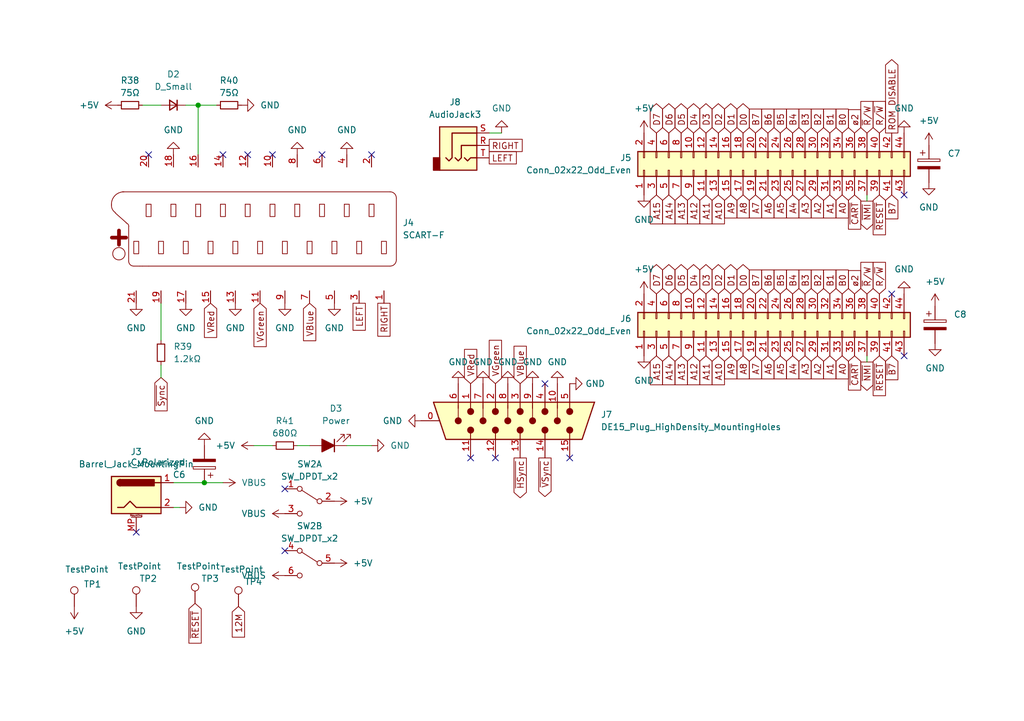
<source format=kicad_sch>
(kicad_sch (version 20230121) (generator eeschema)
  (paper "A5")
  (title_block (title "Ports"))
  (lib_symbols
    (symbol "Connector:Barrel_Jack_MountingPin" (pin_names hide)
      (property "Reference" "J" (at 0 5.334 0))
      (property "Value" "Barrel_Jack_MountingPin" (at 1.27 -6.35 0))
      (symbol "Barrel_Jack_MountingPin_0_1"
        (rectangle (start -5.08 3.81) (end 5.08 -3.81) (stroke (width 0.254)) (fill (type background)))
        (arc (start -3.302 3.175) (mid -3.9343 2.54) (end -3.302 1.905) (stroke (width 0.254)))
        (arc (start -3.302 3.175) (mid -3.9343 2.54) (end -3.302 1.905) (stroke (width 0.254)) (fill (type outline)))
        (polyline (pts (xy 5.08 2.54) (xy 3.81 2.54)) (stroke (width 0.254)))
        (polyline (pts (xy -3.81 -2.54) (xy -2.54 -2.54) (xy -1.27 -1.27) (xy 0 -2.54) (xy 2.54 -2.54) (xy 5.08 -2.54)) (stroke (width 0.254)))
        (rectangle (start 3.683 3.175) (end -3.302 1.905) (stroke (width 0.254)) (fill (type outline)))
      )
      (symbol "Barrel_Jack_MountingPin_1_1"
        (polyline (pts (xy -1.016 -4.572) (xy 1.016 -4.572)) (stroke (width 0.1524)))
        (text "Mounting" (at 0 -4.191 0) (effects (font (size 0.381 0.381))))
        (pin passive line (at 7.62 2.54 180) (length 2.54) (name "~") (number "1"))
        (pin passive line (at 7.62 -2.54 180) (length 2.54) (name "~") (number "2"))
        (pin passive line (at 0 -7.62 90) (length 3.048) (name "MountPin") (number "MP"))
      )
    )
    (symbol "Connector:DE15_Plug_HighDensity_MountingHoles" (pin_names (offset 1.016) hide)
      (property "Reference" "J" (at 0 21.59 0))
      (property "Value" "DE15_Plug_HighDensity_MountingHoles" (at 0 19.05 0))
      (symbol "DE15_Plug_HighDensity_MountingHoles_0_1"
        (circle (center -1.905 -7.62) (radius 0.635) (fill (type outline)))
        (circle (center -1.905 -2.54) (radius 0.635) (fill (type outline)))
        (circle (center -1.905 2.54) (radius 0.635) (fill (type outline)))
        (circle (center -1.905 7.62) (radius 0.635) (fill (type outline)))
        (circle (center -1.905 12.7) (radius 0.635) (fill (type outline)))
        (circle (center 0 -10.16) (radius 0.635) (fill (type outline)))
        (circle (center 0 -5.08) (radius 0.635) (fill (type outline)))
        (polyline (pts (xy -3.175 -5.08) (xy -0.635 -5.08)))
        (polyline (pts (xy -0.635 -10.16) (xy -3.175 -10.16)))
        (polyline (pts (xy -0.635 0) (xy -3.175 0)))
        (polyline (pts (xy -0.635 5.08) (xy -3.175 5.08)))
        (polyline (pts (xy -0.635 10.16) (xy -3.175 10.16)))
        (polyline (pts (xy -3.81 17.78) (xy -3.81 -15.24) (xy 3.81 -12.7) (xy 3.81 15.24) (xy -3.81 17.78)) (stroke (width 0.254)) (fill (type background)))
        (circle (center 0 0) (radius 0.635) (fill (type outline)))
        (circle (center 0 5.08) (radius 0.635) (fill (type outline)))
        (circle (center 0 10.16) (radius 0.635) (fill (type outline)))
        (circle (center 1.905 -7.62) (radius 0.635) (fill (type outline)))
        (circle (center 1.905 -2.54) (radius 0.635) (fill (type outline)))
        (circle (center 1.905 2.54) (radius 0.635) (fill (type outline)))
        (circle (center 1.905 7.62) (radius 0.635) (fill (type outline)))
        (circle (center 1.905 12.7) (radius 0.635) (fill (type outline)))
      )
      (symbol "DE15_Plug_HighDensity_MountingHoles_1_1"
        (pin passive line (at 0 -17.78 90) (length 3.81) (name "~") (number "0"))
        (pin passive line (at -7.62 -7.62 0) (length 5.08) (name "~") (number "1"))
        (pin passive line (at -7.62 10.16 0) (length 5.08) (name "~") (number "10"))
        (pin passive line (at 7.62 -7.62 180) (length 5.08) (name "~") (number "11"))
        (pin passive line (at 7.62 -2.54 180) (length 5.08) (name "~") (number "12"))
        (pin passive line (at 7.62 2.54 180) (length 5.08) (name "~") (number "13"))
        (pin passive line (at 7.62 7.62 180) (length 5.08) (name "~") (number "14"))
        (pin passive line (at 7.62 12.7 180) (length 5.08) (name "~") (number "15"))
        (pin passive line (at -7.62 -2.54 0) (length 5.08) (name "~") (number "2"))
        (pin passive line (at -7.62 2.54 0) (length 5.08) (name "~") (number "3"))
        (pin passive line (at -7.62 7.62 0) (length 5.08) (name "~") (number "4"))
        (pin passive line (at -7.62 12.7 0) (length 5.08) (name "~") (number "5"))
        (pin passive line (at -7.62 -10.16 0) (length 5.08) (name "~") (number "6"))
        (pin passive line (at -7.62 -5.08 0) (length 5.08) (name "~") (number "7"))
        (pin passive line (at -7.62 0 0) (length 5.08) (name "~") (number "8"))
        (pin passive line (at -7.62 5.08 0) (length 5.08) (name "~") (number "9"))
      )
    )
    (symbol "Connector:SCART-F" (pin_names (offset 0.762) hide)
      (property "Reference" "J" (at 0 31.75 0))
      (property "Value" "SCART-F" (at 1.016 -29.21 0))
      (symbol "SCART-F_0_1"
        (arc (start -7.62 -26.67) (mid -7.248 -27.568) (end -6.35 -27.94))
        (arc (start -6.604 26.9494) (mid -7.3224 26.6518) (end -7.62 25.9334))
        (rectangle (start -5.08 -24.892) (end -2.54 -25.908))
        (rectangle (start -5.08 -19.812) (end -2.54 -20.828))
        (rectangle (start -5.08 -14.732) (end -2.54 -15.748))
        (rectangle (start -5.08 -9.652) (end -2.54 -10.668))
        (rectangle (start -5.08 -4.572) (end -2.54 -5.588))
        (rectangle (start -5.08 0.508) (end -2.54 -0.508))
        (rectangle (start -5.08 5.588) (end -2.54 4.572))
        (rectangle (start -5.08 10.668) (end -2.54 9.652))
        (rectangle (start -5.08 15.748) (end -2.54 14.732))
        (rectangle (start -5.08 20.828) (end -2.54 19.812))
        (rectangle (start -5.08 25.908) (end -2.54 24.892))
        (circle (center -5.08 28.956) (radius 1.27))
        (polyline (pts (xy -7.62 22.86) (xy -7.62 -26.67)))
        (polyline (pts (xy -7.62 22.86) (xy -7.62 24.13)))
        (polyline (pts (xy -7.62 24.6634) (xy -7.62 24.13)))
        (polyline (pts (xy -7.62 24.6634) (xy -7.62 25.9334)))
        (polyline (pts (xy -6.604 26.9494) (xy 0.508 26.9494)))
        (polyline (pts (xy -6.35 -27.94) (xy 6.35 -27.94)))
        (polyline (pts (xy 3.302 29.718) (xy 1.27 27.432)))
        (polyline (pts (xy 4.826 30.48) (xy 5.08 30.48)))
        (polyline (pts (xy 7.62 -26.67) (xy 7.62 28.2194)))
        (arc (start 0.508 26.924) (mid 0.9569 27.0702) (end 1.2192 27.4574))
        (rectangle (start 2.54 -22.352) (end 5.08 -23.368))
        (rectangle (start 2.54 -17.272) (end 5.08 -18.288))
        (rectangle (start 2.54 -12.192) (end 5.08 -13.208))
        (rectangle (start 2.54 -7.112) (end 5.08 -8.128))
        (rectangle (start 2.54 -2.032) (end 5.08 -3.048))
        (rectangle (start 2.54 3.048) (end 5.08 2.032))
        (rectangle (start 2.54 8.128) (end 5.08 7.112))
        (rectangle (start 2.54 13.208) (end 5.08 12.192))
        (rectangle (start 2.54 18.288) (end 5.08 17.272))
        (rectangle (start 2.54 23.368) (end 5.08 22.352))
        (arc (start 4.826 30.48) (mid 3.999 30.2726) (end 3.3782 29.6926))
        (arc (start 6.35 -27.94) (mid 7.248 -27.568) (end 7.62 -26.67))
        (arc (start 7.62 27.94) (mid 6.8761 29.7361) (end 5.08 30.48))
        (text "+" (at -1.778 29.21 0) (effects (font (size 3.81 3.81) bold)))
      )
      (symbol "SCART-F_1_1"
        (pin passive line (at -15.24 -25.4 0) (length 2.54) (name "P1") (number "1"))
        (pin passive line (at 15.24 -2.54 180) (length 2.54) (name "P10") (number "10"))
        (pin passive line (at -15.24 0 0) (length 2.54) (name "P11") (number "11"))
        (pin passive line (at 15.24 2.54 180) (length 2.54) (name "P12") (number "12"))
        (pin passive line (at -15.24 5.08 0) (length 2.54) (name "P13") (number "13"))
        (pin passive line (at 15.24 7.62 180) (length 2.54) (name "P14") (number "14"))
        (pin passive line (at -15.24 10.16 0) (length 2.54) (name "P15") (number "15"))
        (pin passive line (at 15.24 12.7 180) (length 2.54) (name "P16") (number "16"))
        (pin passive line (at -15.24 15.24 0) (length 2.54) (name "P17") (number "17"))
        (pin passive line (at 15.24 17.78 180) (length 2.54) (name "P18") (number "18"))
        (pin passive line (at -15.24 20.32 0) (length 2.54) (name "P19") (number "19"))
        (pin passive line (at 15.24 -22.86 180) (length 2.54) (name "P2") (number "2"))
        (pin passive line (at 15.24 22.86 180) (length 2.54) (name "P20") (number "20"))
        (pin passive line (at -15.24 25.4 0) (length 2.54) (name "P21") (number "21"))
        (pin passive line (at -15.24 -20.32 0) (length 2.54) (name "P3") (number "3"))
        (pin passive line (at 15.24 -17.78 180) (length 2.54) (name "P4") (number "4"))
        (pin passive line (at -15.24 -15.24 0) (length 2.54) (name "P5") (number "5"))
        (pin passive line (at 15.24 -12.7 180) (length 2.54) (name "P6") (number "6"))
        (pin passive line (at -15.24 -10.16 0) (length 2.54) (name "P7") (number "7"))
        (pin passive line (at 15.24 -7.62 180) (length 2.54) (name "P8") (number "8"))
        (pin passive line (at -15.24 -5.08 0) (length 2.54) (name "P9") (number "9"))
      )
    )
    (symbol "Connector:TestPoint" (pin_numbers hide) (pin_names (offset 0.762) hide)
      (property "Reference" "TP" (at 0 6.858 0))
      (property "Value" "TestPoint" (at 0 5.08 0))
      (symbol "TestPoint_0_1"
        (circle (center 0 3.302) (radius 0.762))
      )
      (symbol "TestPoint_1_1"
        (pin passive line (at 0 0 90) (length 2.54) (name "1") (number "1"))
      )
    )
    (symbol "Connector_Audio:AudioJack3"
      (property "Reference" "J" (at 0 8.89 0))
      (property "Value" "AudioJack3" (at 0 6.35 0))
      (symbol "AudioJack3_0_1"
        (rectangle (start -5.08 -5.08) (end -6.35 -2.54) (stroke (width 0.254)) (fill (type outline)))
        (polyline (pts (xy 0 -2.54) (xy 0.635 -3.175) (xy 1.27 -2.54) (xy 2.54 -2.54)) (stroke (width 0.254)))
        (polyline (pts (xy -1.905 -2.54) (xy -1.27 -3.175) (xy -0.635 -2.54) (xy -0.635 0) (xy 2.54 0)) (stroke (width 0.254)))
        (polyline (pts (xy 2.54 2.54) (xy -2.54 2.54) (xy -2.54 -2.54) (xy -3.175 -3.175) (xy -3.81 -2.54)) (stroke (width 0.254)))
        (rectangle (start 2.54 3.81) (end -5.08 -5.08) (stroke (width 0.254)) (fill (type background)))
      )
      (symbol "AudioJack3_1_1"
        (pin passive line (at 5.08 0 180) (length 2.54) (name "~") (number "R"))
        (pin passive line (at 5.08 2.54 180) (length 2.54) (name "~") (number "S"))
        (pin passive line (at 5.08 -2.54 180) (length 2.54) (name "~") (number "T"))
      )
    )
    (symbol "Connector_Generic:Conn_02x22_Odd_Even" (pin_names (offset 1.016) hide)
      (property "Reference" "J" (at 1.27 27.94 0))
      (property "Value" "Conn_02x22_Odd_Even" (at 1.27 -30.48 0))
      (symbol "Conn_02x22_Odd_Even_1_1"
        (rectangle (start -1.27 -27.813) (end 0 -28.067) (stroke (width 0.1524)))
        (rectangle (start -1.27 -25.273) (end 0 -25.527) (stroke (width 0.1524)))
        (rectangle (start -1.27 -22.733) (end 0 -22.987) (stroke (width 0.1524)))
        (rectangle (start -1.27 -20.193) (end 0 -20.447) (stroke (width 0.1524)))
        (rectangle (start -1.27 -17.653) (end 0 -17.907) (stroke (width 0.1524)))
        (rectangle (start -1.27 -15.113) (end 0 -15.367) (stroke (width 0.1524)))
        (rectangle (start -1.27 -12.573) (end 0 -12.827) (stroke (width 0.1524)))
        (rectangle (start -1.27 -10.033) (end 0 -10.287) (stroke (width 0.1524)))
        (rectangle (start -1.27 -7.493) (end 0 -7.747) (stroke (width 0.1524)))
        (rectangle (start -1.27 -4.953) (end 0 -5.207) (stroke (width 0.1524)))
        (rectangle (start -1.27 -2.413) (end 0 -2.667) (stroke (width 0.1524)))
        (rectangle (start -1.27 0.127) (end 0 -0.127) (stroke (width 0.1524)))
        (rectangle (start -1.27 2.667) (end 0 2.413) (stroke (width 0.1524)))
        (rectangle (start -1.27 5.207) (end 0 4.953) (stroke (width 0.1524)))
        (rectangle (start -1.27 7.747) (end 0 7.493) (stroke (width 0.1524)))
        (rectangle (start -1.27 10.287) (end 0 10.033) (stroke (width 0.1524)))
        (rectangle (start -1.27 12.827) (end 0 12.573) (stroke (width 0.1524)))
        (rectangle (start -1.27 15.367) (end 0 15.113) (stroke (width 0.1524)))
        (rectangle (start -1.27 17.907) (end 0 17.653) (stroke (width 0.1524)))
        (rectangle (start -1.27 20.447) (end 0 20.193) (stroke (width 0.1524)))
        (rectangle (start -1.27 22.987) (end 0 22.733) (stroke (width 0.1524)))
        (rectangle (start -1.27 25.527) (end 0 25.273) (stroke (width 0.1524)))
        (rectangle (start -1.27 26.67) (end 3.81 -29.21) (stroke (width 0.254)) (fill (type background)))
        (rectangle (start 3.81 -27.813) (end 2.54 -28.067) (stroke (width 0.1524)))
        (rectangle (start 3.81 -25.273) (end 2.54 -25.527) (stroke (width 0.1524)))
        (rectangle (start 3.81 -22.733) (end 2.54 -22.987) (stroke (width 0.1524)))
        (rectangle (start 3.81 -20.193) (end 2.54 -20.447) (stroke (width 0.1524)))
        (rectangle (start 3.81 -17.653) (end 2.54 -17.907) (stroke (width 0.1524)))
        (rectangle (start 3.81 -15.113) (end 2.54 -15.367) (stroke (width 0.1524)))
        (rectangle (start 3.81 -12.573) (end 2.54 -12.827) (stroke (width 0.1524)))
        (rectangle (start 3.81 -10.033) (end 2.54 -10.287) (stroke (width 0.1524)))
        (rectangle (start 3.81 -7.493) (end 2.54 -7.747) (stroke (width 0.1524)))
        (rectangle (start 3.81 -4.953) (end 2.54 -5.207) (stroke (width 0.1524)))
        (rectangle (start 3.81 -2.413) (end 2.54 -2.667) (stroke (width 0.1524)))
        (rectangle (start 3.81 0.127) (end 2.54 -0.127) (stroke (width 0.1524)))
        (rectangle (start 3.81 2.667) (end 2.54 2.413) (stroke (width 0.1524)))
        (rectangle (start 3.81 5.207) (end 2.54 4.953) (stroke (width 0.1524)))
        (rectangle (start 3.81 7.747) (end 2.54 7.493) (stroke (width 0.1524)))
        (rectangle (start 3.81 10.287) (end 2.54 10.033) (stroke (width 0.1524)))
        (rectangle (start 3.81 12.827) (end 2.54 12.573) (stroke (width 0.1524)))
        (rectangle (start 3.81 15.367) (end 2.54 15.113) (stroke (width 0.1524)))
        (rectangle (start 3.81 17.907) (end 2.54 17.653) (stroke (width 0.1524)))
        (rectangle (start 3.81 20.447) (end 2.54 20.193) (stroke (width 0.1524)))
        (rectangle (start 3.81 22.987) (end 2.54 22.733) (stroke (width 0.1524)))
        (rectangle (start 3.81 25.527) (end 2.54 25.273) (stroke (width 0.1524)))
        (pin passive line (at -5.08 25.4 0) (length 3.81) (name "Pin_1") (number "1"))
        (pin passive line (at 7.62 15.24 180) (length 3.81) (name "Pin_10") (number "10"))
        (pin passive line (at -5.08 12.7 0) (length 3.81) (name "Pin_11") (number "11"))
        (pin passive line (at 7.62 12.7 180) (length 3.81) (name "Pin_12") (number "12"))
        (pin passive line (at -5.08 10.16 0) (length 3.81) (name "Pin_13") (number "13"))
        (pin passive line (at 7.62 10.16 180) (length 3.81) (name "Pin_14") (number "14"))
        (pin passive line (at -5.08 7.62 0) (length 3.81) (name "Pin_15") (number "15"))
        (pin passive line (at 7.62 7.62 180) (length 3.81) (name "Pin_16") (number "16"))
        (pin passive line (at -5.08 5.08 0) (length 3.81) (name "Pin_17") (number "17"))
        (pin passive line (at 7.62 5.08 180) (length 3.81) (name "Pin_18") (number "18"))
        (pin passive line (at -5.08 2.54 0) (length 3.81) (name "Pin_19") (number "19"))
        (pin passive line (at 7.62 25.4 180) (length 3.81) (name "Pin_2") (number "2"))
        (pin passive line (at 7.62 2.54 180) (length 3.81) (name "Pin_20") (number "20"))
        (pin passive line (at -5.08 0 0) (length 3.81) (name "Pin_21") (number "21"))
        (pin passive line (at 7.62 0 180) (length 3.81) (name "Pin_22") (number "22"))
        (pin passive line (at -5.08 -2.54 0) (length 3.81) (name "Pin_23") (number "23"))
        (pin passive line (at 7.62 -2.54 180) (length 3.81) (name "Pin_24") (number "24"))
        (pin passive line (at -5.08 -5.08 0) (length 3.81) (name "Pin_25") (number "25"))
        (pin passive line (at 7.62 -5.08 180) (length 3.81) (name "Pin_26") (number "26"))
        (pin passive line (at -5.08 -7.62 0) (length 3.81) (name "Pin_27") (number "27"))
        (pin passive line (at 7.62 -7.62 180) (length 3.81) (name "Pin_28") (number "28"))
        (pin passive line (at -5.08 -10.16 0) (length 3.81) (name "Pin_29") (number "29"))
        (pin passive line (at -5.08 22.86 0) (length 3.81) (name "Pin_3") (number "3"))
        (pin passive line (at 7.62 -10.16 180) (length 3.81) (name "Pin_30") (number "30"))
        (pin passive line (at -5.08 -12.7 0) (length 3.81) (name "Pin_31") (number "31"))
        (pin passive line (at 7.62 -12.7 180) (length 3.81) (name "Pin_32") (number "32"))
        (pin passive line (at -5.08 -15.24 0) (length 3.81) (name "Pin_33") (number "33"))
        (pin passive line (at 7.62 -15.24 180) (length 3.81) (name "Pin_34") (number "34"))
        (pin passive line (at -5.08 -17.78 0) (length 3.81) (name "Pin_35") (number "35"))
        (pin passive line (at 7.62 -17.78 180) (length 3.81) (name "Pin_36") (number "36"))
        (pin passive line (at -5.08 -20.32 0) (length 3.81) (name "Pin_37") (number "37"))
        (pin passive line (at 7.62 -20.32 180) (length 3.81) (name "Pin_38") (number "38"))
        (pin passive line (at -5.08 -22.86 0) (length 3.81) (name "Pin_39") (number "39"))
        (pin passive line (at 7.62 22.86 180) (length 3.81) (name "Pin_4") (number "4"))
        (pin passive line (at 7.62 -22.86 180) (length 3.81) (name "Pin_40") (number "40"))
        (pin passive line (at -5.08 -25.4 0) (length 3.81) (name "Pin_41") (number "41"))
        (pin passive line (at 7.62 -25.4 180) (length 3.81) (name "Pin_42") (number "42"))
        (pin passive line (at -5.08 -27.94 0) (length 3.81) (name "Pin_43") (number "43"))
        (pin passive line (at 7.62 -27.94 180) (length 3.81) (name "Pin_44") (number "44"))
        (pin passive line (at -5.08 20.32 0) (length 3.81) (name "Pin_5") (number "5"))
        (pin passive line (at 7.62 20.32 180) (length 3.81) (name "Pin_6") (number "6"))
        (pin passive line (at -5.08 17.78 0) (length 3.81) (name "Pin_7") (number "7"))
        (pin passive line (at 7.62 17.78 180) (length 3.81) (name "Pin_8") (number "8"))
        (pin passive line (at -5.08 15.24 0) (length 3.81) (name "Pin_9") (number "9"))
      )
    )
    (symbol "Device:C_Polarized" (pin_numbers hide) (pin_names (offset 0.254))
      (property "Reference" "C" (at 0.635 2.54 0))
      (property "Value" "C_Polarized" (at 0.635 -2.54 0))
      (symbol "C_Polarized_0_1"
        (rectangle (start -2.286 0.508) (end 2.286 1.016))
        (polyline (pts (xy -1.778 2.286) (xy -0.762 2.286)))
        (polyline (pts (xy -1.27 2.794) (xy -1.27 1.778)))
        (rectangle (start 2.286 -0.508) (end -2.286 -1.016) (fill (type outline)))
      )
      (symbol "C_Polarized_1_1"
        (pin passive line (at 0 3.81 270) (length 2.794) (name "~") (number "1"))
        (pin passive line (at 0 -3.81 90) (length 2.794) (name "~") (number "2"))
      )
    )
    (symbol "Device:D_Small" (pin_numbers hide) (pin_names (offset 0.254) hide)
      (property "Reference" "D" (at -1.27 2.032 0))
      (property "Value" "D_Small" (at -3.81 -2.032 0))
      (symbol "D_Small_0_1"
        (polyline (pts (xy -0.762 -1.016) (xy -0.762 1.016)) (stroke (width 0.254)))
        (polyline (pts (xy -0.762 0) (xy 0.762 0)))
        (polyline (pts (xy 0.762 -1.016) (xy -0.762 0) (xy 0.762 1.016) (xy 0.762 -1.016)) (stroke (width 0.254)))
      )
      (symbol "D_Small_1_1"
        (pin passive line (at -2.54 0 0) (length 1.778) (name "K") (number "1"))
        (pin passive line (at 2.54 0 180) (length 1.778) (name "A") (number "2"))
      )
    )
    (symbol "Device:LED_Filled" (pin_numbers hide) (pin_names (offset 1.016) hide)
      (property "Reference" "D" (at 0 2.54 0))
      (property "Value" "LED_Filled" (at 0 -2.54 0))
      (symbol "LED_Filled_0_1"
        (polyline (pts (xy -1.27 -1.27) (xy -1.27 1.27)) (stroke (width 0.254)))
        (polyline (pts (xy -1.27 0) (xy 1.27 0)))
        (polyline (pts (xy 1.27 -1.27) (xy 1.27 1.27) (xy -1.27 0) (xy 1.27 -1.27)) (stroke (width 0.254)) (fill (type outline)))
        (polyline (pts (xy -3.048 -0.762) (xy -4.572 -2.286) (xy -3.81 -2.286) (xy -4.572 -2.286) (xy -4.572 -1.524)))
        (polyline (pts (xy -1.778 -0.762) (xy -3.302 -2.286) (xy -2.54 -2.286) (xy -3.302 -2.286) (xy -3.302 -1.524)))
      )
      (symbol "LED_Filled_1_1"
        (pin passive line (at -3.81 0 0) (length 2.54) (name "K") (number "1"))
        (pin passive line (at 3.81 0 180) (length 2.54) (name "A") (number "2"))
      )
    )
    (symbol "Device:R_Small" (pin_numbers hide) (pin_names (offset 0.254) hide)
      (property "Reference" "R" (at 0.762 0.508 0))
      (property "Value" "R_Small" (at 0.762 -1.016 0))
      (symbol "R_Small_0_1"
        (rectangle (start -0.762 1.778) (end 0.762 -1.778) (stroke (width 0.2032)))
      )
      (symbol "R_Small_1_1"
        (pin passive line (at 0 2.54 270) (length 0.762) (name "~") (number "1"))
        (pin passive line (at 0 -2.54 90) (length 0.762) (name "~") (number "2"))
      )
    )
    (symbol "Switch:SW_DPDT_x2" (pin_names (offset 0) hide)
      (property "Reference" "SW" (at 0 4.318 0))
      (property "Value" "SW_DPDT_x2" (at 0 -5.08 0))
      (symbol "SW_DPDT_x2_0_0"
        (circle (center -2.032 0) (radius 0.508))
        (circle (center 2.032 -2.54) (radius 0.508))
      )
      (symbol "SW_DPDT_x2_0_1"
        (polyline (pts (xy -1.524 0.254) (xy 1.651 2.286)))
        (circle (center 2.032 2.54) (radius 0.508))
      )
      (symbol "SW_DPDT_x2_1_1"
        (pin passive line (at 5.08 2.54 180) (length 2.54) (name "A") (number "1"))
        (pin passive line (at -5.08 0 0) (length 2.54) (name "B") (number "2"))
        (pin passive line (at 5.08 -2.54 180) (length 2.54) (name "C") (number "3"))
      )
      (symbol "SW_DPDT_x2_2_1"
        (pin passive line (at 5.08 2.54 180) (length 2.54) (name "A") (number "4"))
        (pin passive line (at -5.08 0 0) (length 2.54) (name "B") (number "5"))
        (pin passive line (at 5.08 -2.54 180) (length 2.54) (name "C") (number "6"))
      )
    )
    (symbol "power:+5V" (power) (pin_names (offset 0))
      (property "Value" "+5V" (at 0 3.556 0))
      (symbol "+5V_0_1"
        (polyline (pts (xy -0.762 1.27) (xy 0 2.54)))
        (polyline (pts (xy 0 0) (xy 0 2.54)))
        (polyline (pts (xy 0 2.54) (xy 0.762 1.27)))
      )
      (symbol "+5V_1_1"
        (pin power_in line (at 0 0 90) (length 0) hide (name "+5V") (number "1"))
      )
    )
    (symbol "power:GND" (power) (pin_names (offset 0))
      (property "Value" "GND" (at 0 -3.81 0))
      (symbol "GND_0_1"
        (polyline (pts (xy 0 0) (xy 0 -1.27) (xy 1.27 -1.27) (xy 0 -2.54) (xy -1.27 -1.27) (xy 0 -1.27)))
      )
      (symbol "GND_1_1"
        (pin power_in line (at 0 0 270) (length 0) hide (name "GND") (number "1"))
      )
    )
    (symbol "power:VBUS" (power) (pin_names (offset 0))
      (property "Value" "VBUS" (at 0 3.81 0))
      (symbol "VBUS_0_1"
        (polyline (pts (xy -0.762 1.27) (xy 0 2.54)))
        (polyline (pts (xy 0 0) (xy 0 2.54)))
        (polyline (pts (xy 0 2.54) (xy 0.762 1.27)))
      )
      (symbol "VBUS_1_1"
        (pin power_in line (at 0 0 90) (length 0) hide (name "VBUS") (number "1"))
      )
    )
  )
  (junction (at 40.64 21.59))
  (junction (at 41.91 99.06))
  (no_connect (at 185.42 73.025))
  (no_connect (at 101.6 93.98))
  (no_connect (at 182.88 60.325))
  (no_connect (at 66.04 31.75))
  (no_connect (at 55.88 31.75))
  (no_connect (at 50.8 31.75))
  (no_connect (at 27.94 109.22))
  (no_connect (at 58.42 100.33))
  (no_connect (at 96.52 93.98))
  (no_connect (at 111.76 78.74))
  (no_connect (at 116.84 93.98))
  (no_connect (at 185.42 40.005))
  (no_connect (at 58.42 113.03))
  (no_connect (at 30.48 31.75))
  (no_connect (at 76.2 31.75))
  (no_connect (at 45.72 31.75))
  (wire (pts (xy 177.8 41.275) (xy 177.8 40.005)))
  (wire (pts (xy 102.87 27.305) (xy 100.33 27.305)))
  (wire (pts (xy 45.72 99.06) (xy 41.91 99.06)))
  (wire (pts (xy 177.8 74.295) (xy 177.8 73.025)))
  (wire (pts (xy 40.64 21.59) (xy 44.45 21.59)))
  (wire (pts (xy 36.83 104.14) (xy 35.56 104.14)))
  (wire (pts (xy 29.21 21.59) (xy 33.02 21.59)))
  (wire (pts (xy 33.02 69.85) (xy 33.02 62.23)))
  (wire (pts (xy 76.2 91.44) (xy 71.12 91.44)))
  (wire (pts (xy 40.64 21.59) (xy 40.64 31.75)))
  (wire (pts (xy 33.02 77.47) (xy 33.02 74.93)))
  (wire (pts (xy 52.07 91.44) (xy 55.88 91.44)))
  (wire (pts (xy 41.91 99.06) (xy 35.56 99.06)))
  (wire (pts (xy 38.1 21.59) (xy 40.64 21.59)))
  (wire (pts (xy 60.96 91.44) (xy 63.5 91.44)))
  (global_label "A4" (shape input) (at 162.56 40.005 270) (property "Intersheetrefs" "${INTERSHEET_REFS}" (effects hide)))
  (global_label "A1" (shape input) (at 170.18 73.025 270) (property "Intersheetrefs" "${INTERSHEET_REFS}" (effects hide)))
  (global_label "A7" (shape input) (at 154.94 40.005 270) (property "Intersheetrefs" "${INTERSHEET_REFS}" (effects hide)))
  (global_label "D1" (shape bidirectional) (at 149.86 27.305 90) (property "Intersheetrefs" "${INTERSHEET_REFS}" (effects hide)))
  (global_label "A11" (shape input) (at 144.78 73.025 270) (property "Intersheetrefs" "${INTERSHEET_REFS}" (effects hide)))
  (global_label "~{HSync}" (shape output) (at 106.68 93.98 270) (property "Intersheetrefs" "${INTERSHEET_REFS}" (effects hide)))
  (global_label "~{Sync}" (shape input) (at 33.02 77.47 270) (property "Intersheetrefs" "${INTERSHEET_REFS}" (effects hide)))
  (global_label "LEFT" (shape passive) (at 100.33 32.385 0) (property "Intersheetrefs" "${INTERSHEET_REFS}" (effects hide)))
  (global_label "D4" (shape bidirectional) (at 142.24 27.305 90) (property "Intersheetrefs" "${INTERSHEET_REFS}" (effects hide)))
  (global_label "A10" (shape input) (at 147.32 40.005 270) (property "Intersheetrefs" "${INTERSHEET_REFS}" (effects hide)))
  (global_label "A8" (shape input) (at 152.4 73.025 270) (property "Intersheetrefs" "${INTERSHEET_REFS}" (effects hide)))
  (global_label "B3" (shape input) (at 165.1 60.325 90) (property "Intersheetrefs" "${INTERSHEET_REFS}" (effects hide)))
  (global_label "B7" (shape input) (at 154.94 60.325 90) (property "Intersheetrefs" "${INTERSHEET_REFS}" (effects hide)))
  (global_label "A9" (shape input) (at 149.86 73.025 270) (property "Intersheetrefs" "${INTERSHEET_REFS}" (effects hide)))
  (global_label "B2" (shape input) (at 167.64 27.305 90) (property "Intersheetrefs" "${INTERSHEET_REFS}" (effects hide)))
  (global_label "VRed" (shape input) (at 43.18 62.23 270) (property "Intersheetrefs" "${INTERSHEET_REFS}" (effects hide)))
  (global_label "A13" (shape input) (at 139.7 40.005 270) (property "Intersheetrefs" "${INTERSHEET_REFS}" (effects hide)))
  (global_label "B6" (shape input) (at 157.48 60.325 90) (property "Intersheetrefs" "${INTERSHEET_REFS}" (effects hide)))
  (global_label "A0" (shape input) (at 172.72 73.025 270) (property "Intersheetrefs" "${INTERSHEET_REFS}" (effects hide)))
  (global_label "D2" (shape bidirectional) (at 147.32 27.305 90) (property "Intersheetrefs" "${INTERSHEET_REFS}" (effects hide)))
  (global_label "A10" (shape input) (at 147.32 73.025 270) (property "Intersheetrefs" "${INTERSHEET_REFS}" (effects hide)))
  (global_label "~{B7}" (shape input) (at 182.88 73.025 270) (property "Intersheetrefs" "${INTERSHEET_REFS}" (effects hide)))
  (global_label "A4" (shape input) (at 162.56 73.025 270) (property "Intersheetrefs" "${INTERSHEET_REFS}" (effects hide)))
  (global_label "D3" (shape bidirectional) (at 144.78 60.325 90) (property "Intersheetrefs" "${INTERSHEET_REFS}" (effects hide)))
  (global_label "~{RESET}" (shape input) (at 180.34 73.025 270) (property "Intersheetrefs" "${INTERSHEET_REFS}" (effects hide)))
  (global_label "12M" (shape input) (at 48.895 124.46 270) (property "Intersheetrefs" "${INTERSHEET_REFS}" (effects hide)))
  (global_label "D4" (shape bidirectional) (at 142.24 60.325 90) (property "Intersheetrefs" "${INTERSHEET_REFS}" (effects hide)))
  (global_label "R{slash}~{W}" (shape input) (at 180.34 60.325 90) (property "Intersheetrefs" "${INTERSHEET_REFS}" (effects hide)))
  (global_label "A5" (shape input) (at 160.02 40.005 270) (property "Intersheetrefs" "${INTERSHEET_REFS}" (effects hide)))
  (global_label "A11" (shape input) (at 144.78 40.005 270) (property "Intersheetrefs" "${INTERSHEET_REFS}" (effects hide)))
  (global_label "R{slash}~{W}" (shape input) (at 180.34 27.305 90) (property "Intersheetrefs" "${INTERSHEET_REFS}" (effects hide)))
  (global_label "ø2" (shape input) (at 175.26 60.325 90) (property "Intersheetrefs" "${INTERSHEET_REFS}" (effects hide)))
  (global_label "ROM DISABLE" (shape output) (at 182.88 27.305 90) (property "Intersheetrefs" "${INTERSHEET_REFS}" (effects hide)))
  (global_label "B0" (shape input) (at 172.72 60.325 90) (property "Intersheetrefs" "${INTERSHEET_REFS}" (effects hide)))
  (global_label "D3" (shape bidirectional) (at 144.78 27.305 90) (property "Intersheetrefs" "${INTERSHEET_REFS}" (effects hide)))
  (global_label "B4" (shape input) (at 162.56 60.325 90) (property "Intersheetrefs" "${INTERSHEET_REFS}" (effects hide)))
  (global_label "A3" (shape input) (at 165.1 40.005 270) (property "Intersheetrefs" "${INTERSHEET_REFS}" (effects hide)))
  (global_label "D7" (shape bidirectional) (at 134.62 27.305 90) (property "Intersheetrefs" "${INTERSHEET_REFS}" (effects hide)))
  (global_label "LEFT" (shape passive) (at 73.66 62.23 270) (property "Intersheetrefs" "${INTERSHEET_REFS}" (effects hide)))
  (global_label "A12" (shape input) (at 142.24 40.005 270) (property "Intersheetrefs" "${INTERSHEET_REFS}" (effects hide)))
  (global_label "VBlue" (shape input) (at 63.5 62.23 270) (property "Intersheetrefs" "${INTERSHEET_REFS}" (effects hide)))
  (global_label "B3" (shape input) (at 165.1 27.305 90) (property "Intersheetrefs" "${INTERSHEET_REFS}" (effects hide)))
  (global_label "D6" (shape bidirectional) (at 137.16 27.305 90) (property "Intersheetrefs" "${INTERSHEET_REFS}" (effects hide)))
  (global_label "~{CART}" (shape input) (at 175.26 73.025 270) (property "Intersheetrefs" "${INTERSHEET_REFS}" (effects hide)))
  (global_label "VGreen" (shape input) (at 101.6 78.74 90) (property "Intersheetrefs" "${INTERSHEET_REFS}" (effects hide)))
  (global_label "A8" (shape input) (at 152.4 40.005 270) (property "Intersheetrefs" "${INTERSHEET_REFS}" (effects hide)))
  (global_label "D5" (shape bidirectional) (at 139.7 27.305 90) (property "Intersheetrefs" "${INTERSHEET_REFS}" (effects hide)))
  (global_label "RIGHT" (shape passive) (at 78.74 62.23 270) (property "Intersheetrefs" "${INTERSHEET_REFS}" (effects hide)))
  (global_label "~{RESET}" (shape input) (at 40.005 123.825 270) (property "Intersheetrefs" "${INTERSHEET_REFS}" (effects hide)))
  (global_label "B7" (shape input) (at 182.88 40.005 270) (property "Intersheetrefs" "${INTERSHEET_REFS}" (effects hide)))
  (global_label "D5" (shape bidirectional) (at 139.7 60.325 90) (property "Intersheetrefs" "${INTERSHEET_REFS}" (effects hide)))
  (global_label "VRed" (shape input) (at 96.52 78.74 90) (property "Intersheetrefs" "${INTERSHEET_REFS}" (effects hide)))
  (global_label "B5" (shape input) (at 160.02 27.305 90) (property "Intersheetrefs" "${INTERSHEET_REFS}" (effects hide)))
  (global_label "B1" (shape input) (at 170.18 27.305 90) (property "Intersheetrefs" "${INTERSHEET_REFS}" (effects hide)))
  (global_label "B5" (shape input) (at 160.02 60.325 90) (property "Intersheetrefs" "${INTERSHEET_REFS}" (effects hide)))
  (global_label "A14" (shape input) (at 137.16 40.005 270) (property "Intersheetrefs" "${INTERSHEET_REFS}" (effects hide)))
  (global_label "~{VSync}" (shape output) (at 111.76 93.98 270) (property "Intersheetrefs" "${INTERSHEET_REFS}" (effects hide)))
  (global_label "D7" (shape bidirectional) (at 134.62 60.325 90) (property "Intersheetrefs" "${INTERSHEET_REFS}" (effects hide)))
  (global_label "A15" (shape input) (at 134.62 73.025 270) (property "Intersheetrefs" "${INTERSHEET_REFS}" (effects hide)))
  (global_label "A12" (shape input) (at 142.24 73.025 270) (property "Intersheetrefs" "${INTERSHEET_REFS}" (effects hide)))
  (global_label "D0" (shape bidirectional) (at 152.4 27.305 90) (property "Intersheetrefs" "${INTERSHEET_REFS}" (effects hide)))
  (global_label "~{NMI}" (shape output) (at 177.8 74.295 270) (property "Intersheetrefs" "${INTERSHEET_REFS}" (effects hide)))
  (global_label "~{R}{slash}W" (shape input) (at 177.8 60.325 90) (property "Intersheetrefs" "${INTERSHEET_REFS}" (effects hide)))
  (global_label "B0" (shape input) (at 172.72 27.305 90) (property "Intersheetrefs" "${INTERSHEET_REFS}" (effects hide)))
  (global_label "B2" (shape input) (at 167.64 60.325 90) (property "Intersheetrefs" "${INTERSHEET_REFS}" (effects hide)))
  (global_label "A9" (shape input) (at 149.86 40.005 270) (property "Intersheetrefs" "${INTERSHEET_REFS}" (effects hide)))
  (global_label "D1" (shape bidirectional) (at 149.86 60.325 90) (property "Intersheetrefs" "${INTERSHEET_REFS}" (effects hide)))
  (global_label "A6" (shape input) (at 157.48 40.005 270) (property "Intersheetrefs" "${INTERSHEET_REFS}" (effects hide)))
  (global_label "A2" (shape input) (at 167.64 40.005 270) (property "Intersheetrefs" "${INTERSHEET_REFS}" (effects hide)))
  (global_label "D0" (shape bidirectional) (at 152.4 60.325 90) (property "Intersheetrefs" "${INTERSHEET_REFS}" (effects hide)))
  (global_label "ø2" (shape input) (at 175.26 27.305 90) (property "Intersheetrefs" "${INTERSHEET_REFS}" (effects hide)))
  (global_label "A2" (shape input) (at 167.64 73.025 270) (property "Intersheetrefs" "${INTERSHEET_REFS}" (effects hide)))
  (global_label "A1" (shape input) (at 170.18 40.005 270) (property "Intersheetrefs" "${INTERSHEET_REFS}" (effects hide)))
  (global_label "~{NMI}" (shape output) (at 177.8 41.275 270) (property "Intersheetrefs" "${INTERSHEET_REFS}" (effects hide)))
  (global_label "A3" (shape input) (at 165.1 73.025 270) (property "Intersheetrefs" "${INTERSHEET_REFS}" (effects hide)))
  (global_label "RIGHT" (shape passive) (at 100.33 29.845 0) (property "Intersheetrefs" "${INTERSHEET_REFS}" (effects hide)))
  (global_label "B7" (shape input) (at 154.94 27.305 90) (property "Intersheetrefs" "${INTERSHEET_REFS}" (effects hide)))
  (global_label "A0" (shape input) (at 172.72 40.005 270) (property "Intersheetrefs" "${INTERSHEET_REFS}" (effects hide)))
  (global_label "A15" (shape input) (at 134.62 40.005 270) (property "Intersheetrefs" "${INTERSHEET_REFS}" (effects hide)))
  (global_label "VBlue" (shape input) (at 106.68 78.74 90) (property "Intersheetrefs" "${INTERSHEET_REFS}" (effects hide)))
  (global_label "A13" (shape input) (at 139.7 73.025 270) (property "Intersheetrefs" "${INTERSHEET_REFS}" (effects hide)))
  (global_label "~{R}{slash}W" (shape input) (at 177.8 27.305 90) (property "Intersheetrefs" "${INTERSHEET_REFS}" (effects hide)))
  (global_label "A7" (shape input) (at 154.94 73.025 270) (property "Intersheetrefs" "${INTERSHEET_REFS}" (effects hide)))
  (global_label "VGreen" (shape input) (at 53.34 62.23 270) (property "Intersheetrefs" "${INTERSHEET_REFS}" (effects hide)))
  (global_label "B1" (shape input) (at 170.18 60.325 90) (property "Intersheetrefs" "${INTERSHEET_REFS}" (effects hide)))
  (global_label "D2" (shape bidirectional) (at 147.32 60.325 90) (property "Intersheetrefs" "${INTERSHEET_REFS}" (effects hide)))
  (global_label "~{RESET}" (shape input) (at 180.34 40.005 270) (property "Intersheetrefs" "${INTERSHEET_REFS}" (effects hide)))
  (global_label "B4" (shape input) (at 162.56 27.305 90) (property "Intersheetrefs" "${INTERSHEET_REFS}" (effects hide)))
  (global_label "A5" (shape input) (at 160.02 73.025 270) (property "Intersheetrefs" "${INTERSHEET_REFS}" (effects hide)))
  (global_label "D6" (shape bidirectional) (at 137.16 60.325 90) (property "Intersheetrefs" "${INTERSHEET_REFS}" (effects hide)))
  (global_label "A6" (shape input) (at 157.48 73.025 270) (property "Intersheetrefs" "${INTERSHEET_REFS}" (effects hide)))
  (global_label "A14" (shape input) (at 137.16 73.025 270) (property "Intersheetrefs" "${INTERSHEET_REFS}" (effects hide)))
  (global_label "B6" (shape input) (at 157.48 27.305 90) (property "Intersheetrefs" "${INTERSHEET_REFS}" (effects hide)))
  (global_label "~{CART}" (shape input) (at 175.26 40.005 270) (property "Intersheetrefs" "${INTERSHEET_REFS}" (effects hide)))
  (symbol (lib_id "Device:R_Small") (at 33.02 72.39 180) (unit 1)
    (property "Reference" "R39" (at 35.56 71.12 0) (effects (justify right)))
    (property "Value" "1.2kΩ" (at 35.56 73.66 0) (effects (justify right)))
    (property "Footprint" "Resistor_THT:R_Axial_DIN0204_L3.6mm_D1.6mm_P7.62mm_Horizontal" (effects hide))
  )
  (symbol (lib_id "Connector:TestPoint") (at 15.24 124.46 0) (unit 1)
    (property "Reference" "TP1" (at 17.145 119.888 0) (effects (justify left)))
    (property "Value" "TestPoint" (at 13.335 116.84 0) (effects (justify left)))
    (property "Footprint" "TestPoint:TestPoint_Pad_2.0x2.0mm" (effects hide))
  )
  (symbol (lib_id "power:+5V") (at 68.58 115.57 270) (unit 1)
    (property "Reference" "#PWR0158" (effects hide))
    (property "Value" "+5V" (at 72.39 115.57 90) (effects (justify left)))
  )
  (symbol (lib_id "Switch:SW_DPDT_x2") (at 63.5 102.87 0) (mirror y) (unit 1)
    (property "Reference" "SW2" (at 63.5 95.25 0))
    (property "Value" "SW_DPDT_x2" (at 63.5 97.79 0))
    (property "Footprint" "Button_Switch_THT:SW_CuK_JS202011AQN_DPDT_Angled" (effects hide))
  )
  (symbol (lib_id "power:+5V") (at 132.08 27.305 0) (unit 1)
    (property "Reference" "#PWR0161" (effects hide))
    (property "Value" "+5V" (at 132.08 22.225 0))
  )
  (symbol (lib_id "power:GND") (at 191.77 70.485 0) (unit 1)
    (property "Reference" "#PWR0170" (effects hide))
    (property "Value" "GND" (at 191.77 75.565 0))
  )
  (symbol (lib_id "power:GND") (at 93.98 78.74 180) (unit 1)
    (property "Reference" "#PWR017" (effects hide))
    (property "Value" "GND" (at 93.98 74.295 0))
  )
  (symbol (lib_id "Connector:SCART-F") (at 53.34 46.99 90) (unit 1)
    (property "Reference" "J4" (at 82.55 45.72 90) (effects (justify right)))
    (property "Value" "SCART-F" (at 82.55 48.26 90) (effects (justify right)))
    (property "Footprint" "Video:SCART" (effects hide))
    (property "Datasheet" " ~" (effects hide))
  )
  (symbol (lib_id "power:VBUS") (at 58.42 105.41 90) (mirror x) (unit 1)
    (property "Reference" "#PWR0153" (effects hide))
    (property "Value" "VBUS" (at 54.61 105.41 90) (effects (justify left)))
  )
  (symbol (lib_id "power:GND") (at 86.36 86.36 270) (unit 1)
    (property "Reference" "#PWR013" (effects hide))
    (property "Value" "GND" (at 82.55 86.36 90) (effects (justify right)))
  )
  (symbol (lib_id "power:GND") (at 35.56 31.75 180) (unit 1)
    (property "Reference" "#PWR0145" (effects hide))
    (property "Value" "GND" (at 35.56 26.67 0))
  )
  (symbol (lib_id "power:GND") (at 49.53 21.59 90) (unit 1)
    (property "Reference" "#PWR0150" (effects hide))
    (property "Value" "GND" (at 53.34 21.59 90) (effects (justify right)))
  )
  (symbol (lib_id "power:+5V") (at 132.08 60.325 0) (unit 1)
    (property "Reference" "#PWR0163" (effects hide))
    (property "Value" "+5V" (at 132.08 55.245 0))
  )
  (symbol (lib_id "power:GND") (at 71.12 31.75 180) (unit 1)
    (property "Reference" "#PWR0159" (effects hide))
    (property "Value" "GND" (at 71.12 26.67 0))
  )
  (symbol (lib_id "power:+5V") (at 52.07 91.44 90) (unit 1)
    (property "Reference" "#PWR0151" (effects hide))
    (property "Value" "+5V" (at 48.26 91.44 90) (effects (justify left)))
  )
  (symbol (lib_id "Device:C_Polarized") (at 191.77 66.675 0) (unit 1)
    (property "Reference" "C8" (at 195.58 64.516 0) (effects (justify left)))
    (property "Value" "C_Polarized" (effects hide))
    (property "Footprint" "Capacitor_THT:CP_Radial_D6.3mm_P2.50mm" (effects hide))
  )
  (symbol (lib_id "power:GND") (at 132.08 73.025 0) (unit 1)
    (property "Reference" "#PWR0164" (effects hide))
    (property "Value" "GND" (at 132.08 78.105 0))
  )
  (symbol (lib_id "power:GND") (at 109.22 78.74 180) (unit 1)
    (property "Reference" "#PWR0172" (effects hide))
    (property "Value" "GND" (at 109.22 74.295 0))
  )
  (symbol (lib_id "power:GND") (at 41.91 91.44 180) (unit 1)
    (property "Reference" "#PWR0144" (effects hide))
    (property "Value" "GND" (at 41.91 86.36 0))
  )
  (symbol (lib_id "Switch:SW_DPDT_x2") (at 63.5 115.57 0) (mirror y) (unit 2)
    (property "Reference" "SW2" (at 63.5 107.95 0))
    (property "Value" "SW_DPDT_x2" (at 63.5 110.49 0))
    (property "Footprint" "Button_Switch_THT:SW_CuK_JS202011AQN_DPDT_Angled" (effects hide))
  )
  (symbol (lib_id "power:GND") (at 185.42 60.325 180) (unit 1)
    (property "Reference" "#PWR0166" (effects hide))
    (property "Value" "GND" (at 185.42 55.245 0))
  )
  (symbol (lib_id "power:GND") (at 104.14 78.74 180) (unit 1)
    (property "Reference" "#PWR0171" (effects hide))
    (property "Value" "GND" (at 104.14 74.295 0))
  )
  (symbol (lib_id "power:GND") (at 99.06 78.74 180) (unit 1)
    (property "Reference" "#PWR0131" (effects hide))
    (property "Value" "GND" (at 99.06 74.295 0))
  )
  (symbol (lib_id "Device:C_Polarized") (at 190.5 33.655 0) (unit 1)
    (property "Reference" "C7" (at 194.31 31.496 0) (effects (justify left)))
    (property "Value" "C_Polarized" (effects hide))
    (property "Footprint" "Capacitor_THT:CP_Radial_D6.3mm_P2.50mm" (effects hide))
  )
  (symbol (lib_id "power:GND") (at 27.94 124.46 0) (unit 1)
    (property "Reference" "#PWR0143" (effects hide))
    (property "Value" "GND" (at 27.94 129.54 0))
  )
  (symbol (lib_id "Device:R_Small") (at 46.99 21.59 90) (unit 1)
    (property "Reference" "R40" (at 46.99 16.51 90))
    (property "Value" "75Ω" (at 46.99 19.05 90))
    (property "Footprint" "Resistor_THT:R_Axial_DIN0204_L3.6mm_D1.6mm_P7.62mm_Horizontal" (effects hide))
  )
  (symbol (lib_id "power:+5V") (at 190.5 29.845 0) (unit 1)
    (property "Reference" "#PWR0167" (effects hide))
    (property "Value" "+5V" (at 190.5 24.765 0))
  )
  (symbol (lib_id "power:+5V") (at 191.77 62.865 0) (unit 1)
    (property "Reference" "#PWR0169" (effects hide))
    (property "Value" "+5V" (at 191.77 57.785 0))
  )
  (symbol (lib_id "Connector:TestPoint") (at 27.94 124.46 0) (unit 1)
    (property "Reference" "TP2" (at 28.575 118.745 0) (effects (justify left)))
    (property "Value" "TestPoint" (at 24.13 116.205 0) (effects (justify left)))
    (property "Footprint" "TestPoint:TestPoint_Pad_2.0x2.0mm" (effects hide))
  )
  (symbol (lib_id "Connector_Generic:Conn_02x22_Odd_Even") (at 157.48 67.945 90) (unit 1)
    (property "Reference" "J6" (at 129.54 65.405 90) (effects (justify left)))
    (property "Value" "Conn_02x22_Odd_Even" (at 129.54 67.945 90) (effects (justify left)))
    (property "Footprint" "Smal:EdgeHeader_2x22_P2.54mm_Vertical" (effects hide))
  )
  (symbol (lib_id "power:GND") (at 27.94 62.23 0) (unit 1)
    (property "Reference" "#PWR0142" (effects hide))
    (property "Value" "GND" (at 27.94 67.31 0))
  )
  (symbol (lib_id "power:GND") (at 48.26 62.23 0) (unit 1)
    (property "Reference" "#PWR0149" (effects hide))
    (property "Value" "GND" (at 48.26 67.31 0))
  )
  (symbol (lib_id "Connector:Barrel_Jack_MountingPin") (at 27.94 101.6 0) (unit 1)
    (property "Reference" "J3" (at 27.94 92.71 0))
    (property "Value" "Barrel_Jack_MountingPin" (at 27.94 95.25 0))
    (property "Footprint" "Connector_BarrelJack:BarrelJack_Horizontal" (effects hide))
  )
  (symbol (lib_id "Device:C_Polarized") (at 41.91 95.25 180) (unit 1)
    (property "Reference" "C6" (at 38.1 97.409 0) (effects (justify left)))
    (property "Value" "C_Polarized" (at 38.1 94.869 0) (effects (justify left)))
    (property "Footprint" "Capacitor_THT:CP_Radial_D6.3mm_P2.50mm" (effects hide))
  )
  (symbol (lib_id "power:GND") (at 114.3 78.74 180) (unit 1)
    (property "Reference" "#PWR0173" (effects hide))
    (property "Value" "GND" (at 114.3 74.295 0))
  )
  (symbol (lib_id "power:GND") (at 102.87 27.305 180) (unit 1)
    (property "Reference" "#PWR0174" (effects hide))
    (property "Value" "GND" (at 102.87 22.225 0))
  )
  (symbol (lib_id "Device:D_Small") (at 35.56 21.59 180) (unit 1)
    (property "Reference" "D2" (at 35.56 15.24 0))
    (property "Value" "D_Small" (at 35.56 17.78 0))
    (property "Footprint" "Diode_THT:D_DO-34_SOD68_P7.62mm_Horizontal" (effects hide))
    (property "Sim.Device" "D" (effects hide))
    (property "Sim.Pins" "1=K 2=A" (effects hide))
  )
  (symbol (lib_id "power:GND") (at 185.42 27.305 180) (unit 1)
    (property "Reference" "#PWR0165" (effects hide))
    (property "Value" "GND" (at 185.42 22.225 0))
  )
  (symbol (lib_id "Device:R_Small") (at 26.67 21.59 90) (unit 1)
    (property "Reference" "R38" (at 26.67 16.51 90))
    (property "Value" "75Ω" (at 26.67 19.05 90))
    (property "Footprint" "Resistor_THT:R_Axial_DIN0204_L3.6mm_D1.6mm_P7.62mm_Horizontal" (effects hide))
  )
  (symbol (lib_id "Connector:TestPoint") (at 40.005 123.825 0) (unit 1)
    (property "Reference" "TP3" (at 41.275 118.745 0) (effects (justify left)))
    (property "Value" "TestPoint" (at 36.195 116.205 0) (effects (justify left)))
    (property "Footprint" "TestPoint:TestPoint_Pad_2.0x2.0mm" (effects hide))
  )
  (symbol (lib_id "power:GND") (at 38.1 62.23 0) (unit 1)
    (property "Reference" "#PWR0148" (effects hide))
    (property "Value" "GND" (at 38.1 67.31 0))
  )
  (symbol (lib_id "Connector_Generic:Conn_02x22_Odd_Even") (at 157.48 34.925 90) (unit 1)
    (property "Reference" "J5" (at 129.54 32.385 90) (effects (justify left)))
    (property "Value" "Conn_02x22_Odd_Even" (at 129.54 34.925 90) (effects (justify left)))
    (property "Footprint" "Smal:EdgeHeader_2x22_P2.54mm_Vertical" (effects hide))
  )
  (symbol (lib_id "Device:LED_Filled") (at 67.31 91.44 180) (unit 1)
    (property "Reference" "D3" (at 68.8975 83.82 0))
    (property "Value" "Power" (at 68.8975 86.36 0))
    (property "Footprint" "LED_THT:LED_D5.0mm" (effects hide))
  )
  (symbol (lib_id "power:GND") (at 76.2 91.44 90) (unit 1)
    (property "Reference" "#PWR0160" (effects hide))
    (property "Value" "GND" (at 80.01 91.44 90) (effects (justify right)))
  )
  (symbol (lib_id "power:VBUS") (at 45.72 99.06 270) (unit 1)
    (property "Reference" "#PWR0146" (effects hide))
    (property "Value" "VBUS" (at 49.53 99.06 90) (effects (justify left)))
  )
  (symbol (lib_id "Device:R_Small") (at 58.42 91.44 90) (unit 1)
    (property "Reference" "R41" (at 58.42 86.36 90))
    (property "Value" "680Ω" (at 58.42 88.9 90))
    (property "Footprint" "Resistor_THT:R_Axial_DIN0204_L3.6mm_D1.6mm_P7.62mm_Horizontal" (effects hide))
  )
  (symbol (lib_id "power:GND") (at 60.96 31.75 180) (unit 1)
    (property "Reference" "#PWR0155" (effects hide))
    (property "Value" "GND" (at 60.96 26.67 0))
  )
  (symbol (lib_id "Connector_Audio:AudioJack3") (at 95.25 29.845 0) (unit 1)
    (property "Reference" "J8" (at 93.345 20.955 0))
    (property "Value" "AudioJack3" (at 93.345 23.495 0))
    (property "Footprint" "Connector_Audio:Jack_3.5mm_CUI_SJ1-3533NG_Horizontal" (effects hide))
  )
  (symbol (lib_id "power:GND") (at 190.5 37.465 0) (unit 1)
    (property "Reference" "#PWR0168" (effects hide))
    (property "Value" "GND" (at 190.5 42.545 0))
  )
  (symbol (lib_id "power:GND") (at 132.08 40.005 0) (unit 1)
    (property "Reference" "#PWR0162" (effects hide))
    (property "Value" "GND" (at 132.08 45.085 0))
  )
  (symbol (lib_id "power:GND") (at 68.58 62.23 0) (unit 1)
    (property "Reference" "#PWR0156" (effects hide))
    (property "Value" "GND" (at 68.58 67.31 0))
  )
  (symbol (lib_id "Connector:DE15_Plug_HighDensity_MountingHoles") (at 104.14 86.36 270) (unit 1)
    (property "Reference" "J7" (at 123.19 85.09 90) (effects (justify left)))
    (property "Value" "DE15_Plug_HighDensity_MountingHoles" (at 123.19 87.63 90) (effects (justify left)))
    (property "Footprint" "Connector_Dsub:DSUB-15-HD_Female_Horizontal_P2.29x1.98mm_EdgePinOffset3.03mm_Housed_MountingHolesOffset4.94mm" (effects hide))
    (property "Datasheet" " ~" (effects hide))
  )
  (symbol (lib_id "power:VBUS") (at 58.42 118.11 90) (mirror x) (unit 1)
    (property "Reference" "#PWR0154" (effects hide))
    (property "Value" "VBUS" (at 54.61 118.11 90) (effects (justify left)))
  )
  (symbol (lib_id "power:GND") (at 58.42 62.23 0) (unit 1)
    (property "Reference" "#PWR0152" (effects hide))
    (property "Value" "GND" (at 58.42 67.31 0))
  )
  (symbol (lib_id "power:+5V") (at 24.13 21.59 90) (unit 1)
    (property "Reference" "#PWR0141" (effects hide))
    (property "Value" "+5V" (at 20.32 21.59 90) (effects (justify left)))
  )
  (symbol (lib_id "power:+5V") (at 68.58 102.87 270) (unit 1)
    (property "Reference" "#PWR0157" (effects hide))
    (property "Value" "+5V" (at 72.39 102.87 90) (effects (justify left)))
  )
  (symbol (lib_id "power:+5V") (at 15.24 124.46 180) (unit 1)
    (property "Reference" "#PWR0175" (effects hide))
    (property "Value" "+5V" (at 15.24 129.54 0))
  )
  (symbol (lib_id "Connector:TestPoint") (at 48.895 124.46 0) (unit 1)
    (property "Reference" "TP4" (at 50.165 119.38 0) (effects (justify left)))
    (property "Value" "TestPoint" (at 45.085 116.84 0) (effects (justify left)))
    (property "Footprint" "TestPoint:TestPoint_Pad_2.0x2.0mm" (effects hide))
  )
  (symbol (lib_id "power:GND") (at 116.84 78.74 90) (unit 1)
    (property "Reference" "#PWR014" (effects hide))
    (property "Value" "GND" (at 120.015 78.74 90) (effects (justify right)))
  )
  (symbol (lib_id "power:GND") (at 36.83 104.14 90) (unit 1)
    (property "Reference" "#PWR0147" (effects hide))
    (property "Value" "GND" (at 40.64 104.14 90) (effects (justify right)))
  )
)
</source>
